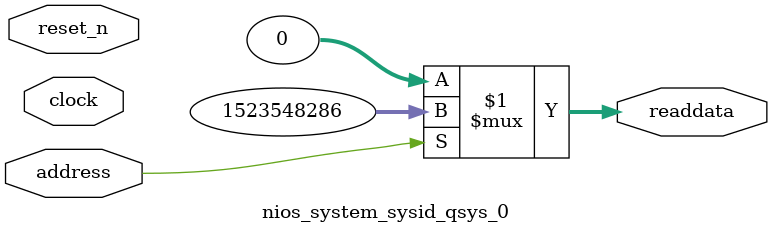
<source format=v>

`timescale 1ns / 1ps
// synthesis translate_on

// turn off superfluous verilog processor warnings 
// altera message_level Level1 
// altera message_off 10034 10035 10036 10037 10230 10240 10030 

module nios_system_sysid_qsys_0 (
               // inputs:
                address,
                clock,
                reset_n,

               // outputs:
                readdata
             )
;

  output  [ 31: 0] readdata;
  input            address;
  input            clock;
  input            reset_n;

  wire    [ 31: 0] readdata;
  //control_slave, which is an e_avalon_slave
  assign readdata = address ? 1523548286 : 0;

endmodule




</source>
